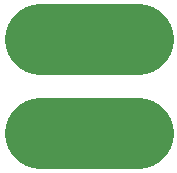
<source format=gbl>
%TF.GenerationSoftware,KiCad,Pcbnew,4.0.5-e0-6337~49~ubuntu16.04.1*%
%TF.CreationDate,2017-01-13T08:22:12-08:00*%
%TF.ProjectId,2x2-Generic-5mm-Pitch,3278322D47656E657269632D356D6D2D,1.0*%
%TF.FileFunction,Copper,L2,Bot,Signal*%
%FSLAX46Y46*%
G04 Gerber Fmt 4.6, Leading zero omitted, Abs format (unit mm)*
G04 Created by KiCad (PCBNEW 4.0.5-e0-6337~49~ubuntu16.04.1) date Fri Jan 13 08:22:12 2017*
%MOMM*%
%LPD*%
G01*
G04 APERTURE LIST*
%ADD10C,0.350000*%
%ADD11C,6.000000*%
%ADD12C,2.000000*%
%ADD13C,1.900000*%
%ADD14C,6.000000*%
%ADD15C,0.350000*%
G04 APERTURE END LIST*
D10*
D11*
X139246000Y-95378000D02*
X147546000Y-95378000D01*
X139246000Y-103378000D02*
X147546000Y-103378000D01*
D12*
X143446000Y-96838000D03*
D13*
X143446000Y-101918000D03*
D14*
X139446000Y-103378000D03*
X139446000Y-95378000D03*
X147446000Y-95378000D03*
X147446000Y-103378000D03*
D15*
X143446000Y-96838000D03*
X143446000Y-101918000D03*
X139446000Y-103378000D03*
X139446000Y-95378000D03*
X147446000Y-95378000D03*
X147446000Y-103378000D03*
M02*

</source>
